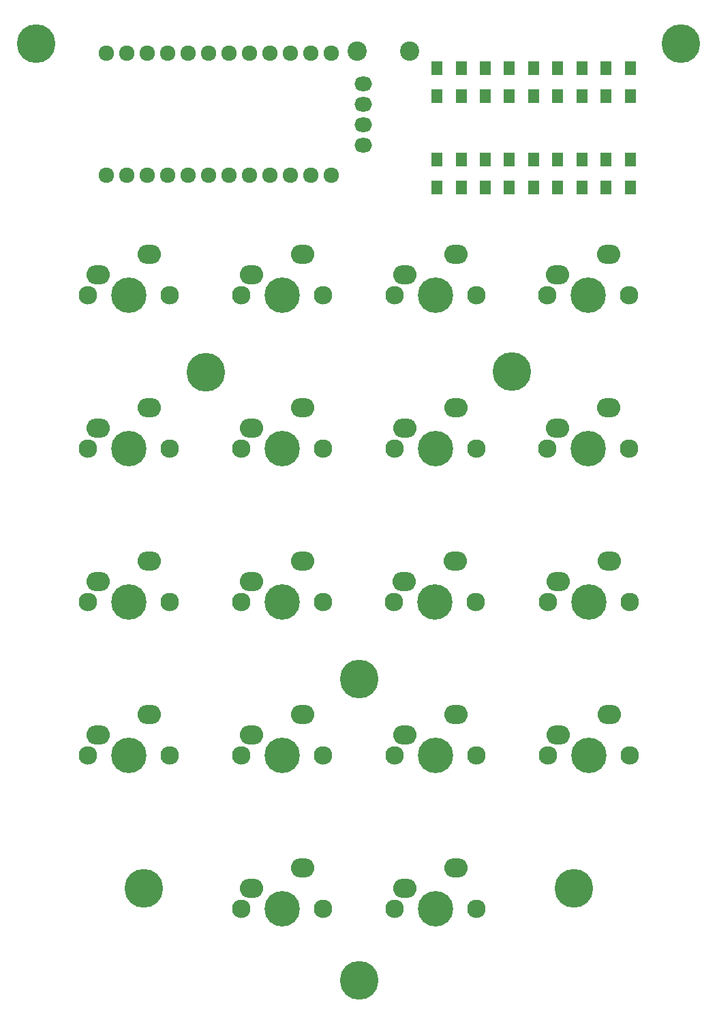
<source format=gbs>
G04 #@! TF.GenerationSoftware,KiCad,Pcbnew,(5.1.4)-1*
G04 #@! TF.CreationDate,2022-04-16T10:18:07+02:00*
G04 #@! TF.ProjectId,cici,63696369-2e6b-4696-9361-645f70636258,rev?*
G04 #@! TF.SameCoordinates,Original*
G04 #@! TF.FileFunction,Soldermask,Bot*
G04 #@! TF.FilePolarity,Negative*
%FSLAX46Y46*%
G04 Gerber Fmt 4.6, Leading zero omitted, Abs format (unit mm)*
G04 Created by KiCad (PCBNEW (5.1.4)-1) date 2022-04-16 10:18:07*
%MOMM*%
%LPD*%
G04 APERTURE LIST*
%ADD10R,1.400000X1.800000*%
%ADD11C,4.800000*%
%ADD12C,4.400000*%
%ADD13C,2.300000*%
%ADD14O,2.900000X2.400000*%
%ADD15C,2.400000*%
%ADD16C,1.924000*%
%ADD17O,2.178000X1.797000*%
G04 APERTURE END LIST*
D10*
X106825000Y-33075000D03*
X106825000Y-36625000D03*
D11*
X94130000Y-146390000D03*
X134140000Y-30050000D03*
X54060000Y-30050000D03*
X120850000Y-135000000D03*
X67410000Y-135000000D03*
X94130000Y-108950000D03*
X113080000Y-70830000D03*
X75140000Y-70840000D03*
D12*
X103650000Y-137500000D03*
D13*
X98570000Y-137500000D03*
X108730000Y-137500000D03*
D14*
X106190000Y-132420000D03*
X99840000Y-134960000D03*
D12*
X84600000Y-137500000D03*
D13*
X79520000Y-137500000D03*
X89680000Y-137500000D03*
D14*
X87140000Y-132420000D03*
X80790000Y-134960000D03*
D12*
X122725000Y-118475000D03*
D13*
X117645000Y-118475000D03*
X127805000Y-118475000D03*
D14*
X125265000Y-113395000D03*
X118915000Y-115935000D03*
D12*
X103630000Y-118470000D03*
D13*
X98550000Y-118470000D03*
X108710000Y-118470000D03*
D14*
X106170000Y-113390000D03*
X99820000Y-115930000D03*
D12*
X84580000Y-118450000D03*
D13*
X79500000Y-118450000D03*
X89660000Y-118450000D03*
D14*
X87120000Y-113370000D03*
X80770000Y-115910000D03*
D12*
X65525000Y-118450000D03*
D13*
X60445000Y-118450000D03*
X70605000Y-118450000D03*
D14*
X68065000Y-113370000D03*
X61715000Y-115910000D03*
D12*
X122725000Y-99425000D03*
D13*
X117645000Y-99425000D03*
X127805000Y-99425000D03*
D14*
X125265000Y-94345000D03*
X118915000Y-96885000D03*
D12*
X103575000Y-99425000D03*
D13*
X98495000Y-99425000D03*
X108655000Y-99425000D03*
D14*
X106115000Y-94345000D03*
X99765000Y-96885000D03*
D12*
X84560000Y-99400000D03*
D13*
X79480000Y-99400000D03*
X89640000Y-99400000D03*
D14*
X87100000Y-94320000D03*
X80750000Y-96860000D03*
D12*
X65530000Y-99400000D03*
D13*
X60450000Y-99400000D03*
X70610000Y-99400000D03*
D14*
X68070000Y-94320000D03*
X61720000Y-96860000D03*
D12*
X122625000Y-80350000D03*
D13*
X117545000Y-80350000D03*
X127705000Y-80350000D03*
D14*
X125165000Y-75270000D03*
X118815000Y-77810000D03*
D12*
X103600000Y-80369000D03*
D13*
X98520000Y-80369000D03*
X108680000Y-80369000D03*
D14*
X106140000Y-75289000D03*
X99790000Y-77829000D03*
D12*
X84550000Y-80370000D03*
D13*
X79470000Y-80370000D03*
X89630000Y-80370000D03*
D14*
X87090000Y-75290000D03*
X80740000Y-77830000D03*
D12*
X65525000Y-80370000D03*
D13*
X60445000Y-80370000D03*
X70605000Y-80370000D03*
D14*
X68065000Y-75290000D03*
X61715000Y-77830000D03*
D12*
X122600000Y-61280000D03*
D13*
X117520000Y-61280000D03*
X127680000Y-61280000D03*
D14*
X125140000Y-56200000D03*
X118790000Y-58740000D03*
D12*
X103600000Y-61325000D03*
D13*
X98520000Y-61325000D03*
X108680000Y-61325000D03*
D14*
X106140000Y-56245000D03*
X99790000Y-58785000D03*
D12*
X84550000Y-61325000D03*
D13*
X79470000Y-61325000D03*
X89630000Y-61325000D03*
D14*
X87090000Y-56245000D03*
X80740000Y-58785000D03*
D12*
X65525000Y-61325000D03*
D13*
X60445000Y-61325000D03*
X70605000Y-61325000D03*
D14*
X68065000Y-56245000D03*
X61715000Y-58785000D03*
D15*
X100440000Y-31020000D03*
X93940000Y-31020000D03*
D10*
X109825000Y-44425000D03*
X109825000Y-47975000D03*
D16*
X62747000Y-46433600D03*
X65287000Y-46433600D03*
X67827000Y-46433600D03*
X70367000Y-46433600D03*
X72907000Y-46433600D03*
X75447000Y-46433600D03*
X77987000Y-46433600D03*
X80527000Y-46433600D03*
X83067000Y-46433600D03*
X85607000Y-46433600D03*
X88147000Y-46433600D03*
X90687000Y-46433600D03*
X90687000Y-31213600D03*
X88147000Y-31213600D03*
X85607000Y-31213600D03*
X83067000Y-31213600D03*
X80527000Y-31213600D03*
X77987000Y-31213600D03*
X75447000Y-31213600D03*
X72907000Y-31213600D03*
X70367000Y-31213600D03*
X67827000Y-31213600D03*
X65287000Y-31213600D03*
X62747000Y-31213600D03*
D17*
X94625000Y-35080000D03*
X94625000Y-37620000D03*
X94625000Y-40160000D03*
X94625000Y-42700000D03*
D10*
X127825000Y-44425000D03*
X127825000Y-47975000D03*
X124825000Y-44425000D03*
X124825000Y-47975000D03*
X121825000Y-44425000D03*
X121825000Y-47975000D03*
X118825000Y-44425000D03*
X118825000Y-47975000D03*
X115825000Y-44425000D03*
X115825000Y-47975000D03*
X112825000Y-44425000D03*
X112825000Y-47975000D03*
X106825000Y-44425000D03*
X106825000Y-47975000D03*
X103825000Y-44425000D03*
X103825000Y-47975000D03*
X127825000Y-33075000D03*
X127825000Y-36625000D03*
X124825000Y-33075000D03*
X124825000Y-36625000D03*
X121825000Y-33075000D03*
X121825000Y-36625000D03*
X118825000Y-33075000D03*
X118825000Y-36625000D03*
X115825000Y-33075000D03*
X115825000Y-36625000D03*
X112825000Y-33075000D03*
X112825000Y-36625000D03*
X109825000Y-33075000D03*
X109825000Y-36625000D03*
X103825000Y-33075000D03*
X103825000Y-36625000D03*
M02*

</source>
